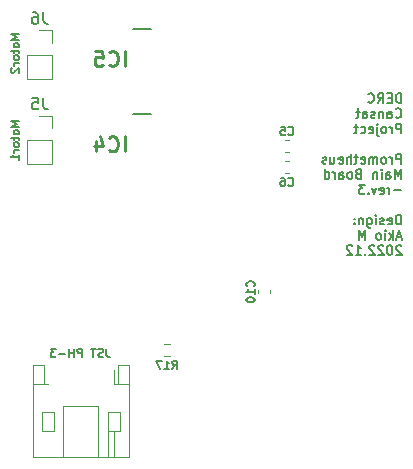
<source format=gbo>
%TF.GenerationSoftware,KiCad,Pcbnew,(6.0.4)*%
%TF.CreationDate,2022-12-07T00:30:15+09:00*%
%TF.ProjectId,prometheus-em,70726f6d-6574-4686-9575-732d656d2e6b,rev?*%
%TF.SameCoordinates,Original*%
%TF.FileFunction,Legend,Bot*%
%TF.FilePolarity,Positive*%
%FSLAX46Y46*%
G04 Gerber Fmt 4.6, Leading zero omitted, Abs format (unit mm)*
G04 Created by KiCad (PCBNEW (6.0.4)) date 2022-12-07 00:30:15*
%MOMM*%
%LPD*%
G01*
G04 APERTURE LIST*
%ADD10C,0.175000*%
%ADD11C,0.150000*%
%ADD12C,0.254000*%
%ADD13C,0.120000*%
%ADD14C,0.200000*%
G04 APERTURE END LIST*
D10*
X37781666Y-47278333D02*
X37081666Y-47278333D01*
X37581666Y-47511666D01*
X37081666Y-47745000D01*
X37781666Y-47745000D01*
X37781666Y-48178333D02*
X37748333Y-48111666D01*
X37715000Y-48078333D01*
X37648333Y-48045000D01*
X37448333Y-48045000D01*
X37381666Y-48078333D01*
X37348333Y-48111666D01*
X37315000Y-48178333D01*
X37315000Y-48278333D01*
X37348333Y-48345000D01*
X37381666Y-48378333D01*
X37448333Y-48411666D01*
X37648333Y-48411666D01*
X37715000Y-48378333D01*
X37748333Y-48345000D01*
X37781666Y-48278333D01*
X37781666Y-48178333D01*
X37315000Y-48611666D02*
X37315000Y-48878333D01*
X37081666Y-48711666D02*
X37681666Y-48711666D01*
X37748333Y-48745000D01*
X37781666Y-48811666D01*
X37781666Y-48878333D01*
X37781666Y-49211666D02*
X37748333Y-49145000D01*
X37715000Y-49111666D01*
X37648333Y-49078333D01*
X37448333Y-49078333D01*
X37381666Y-49111666D01*
X37348333Y-49145000D01*
X37315000Y-49211666D01*
X37315000Y-49311666D01*
X37348333Y-49378333D01*
X37381666Y-49411666D01*
X37448333Y-49445000D01*
X37648333Y-49445000D01*
X37715000Y-49411666D01*
X37748333Y-49378333D01*
X37781666Y-49311666D01*
X37781666Y-49211666D01*
X37781666Y-49745000D02*
X37315000Y-49745000D01*
X37448333Y-49745000D02*
X37381666Y-49778333D01*
X37348333Y-49811666D01*
X37315000Y-49878333D01*
X37315000Y-49945000D01*
X37781666Y-50545000D02*
X37781666Y-50145000D01*
X37781666Y-50345000D02*
X37081666Y-50345000D01*
X37181666Y-50278333D01*
X37248333Y-50211666D01*
X37281666Y-50145000D01*
D11*
X70112023Y-45721904D02*
X70112023Y-44921904D01*
X69921547Y-44921904D01*
X69807261Y-44960000D01*
X69731071Y-45036190D01*
X69692976Y-45112380D01*
X69654880Y-45264761D01*
X69654880Y-45379047D01*
X69692976Y-45531428D01*
X69731071Y-45607619D01*
X69807261Y-45683809D01*
X69921547Y-45721904D01*
X70112023Y-45721904D01*
X69312023Y-45302857D02*
X69045357Y-45302857D01*
X68931071Y-45721904D02*
X69312023Y-45721904D01*
X69312023Y-44921904D01*
X68931071Y-44921904D01*
X68131071Y-45721904D02*
X68397738Y-45340952D01*
X68588214Y-45721904D02*
X68588214Y-44921904D01*
X68283452Y-44921904D01*
X68207261Y-44960000D01*
X68169166Y-44998095D01*
X68131071Y-45074285D01*
X68131071Y-45188571D01*
X68169166Y-45264761D01*
X68207261Y-45302857D01*
X68283452Y-45340952D01*
X68588214Y-45340952D01*
X67331071Y-45645714D02*
X67369166Y-45683809D01*
X67483452Y-45721904D01*
X67559642Y-45721904D01*
X67673928Y-45683809D01*
X67750119Y-45607619D01*
X67788214Y-45531428D01*
X67826309Y-45379047D01*
X67826309Y-45264761D01*
X67788214Y-45112380D01*
X67750119Y-45036190D01*
X67673928Y-44960000D01*
X67559642Y-44921904D01*
X67483452Y-44921904D01*
X67369166Y-44960000D01*
X67331071Y-44998095D01*
X69654880Y-46933714D02*
X69692976Y-46971809D01*
X69807261Y-47009904D01*
X69883452Y-47009904D01*
X69997738Y-46971809D01*
X70073928Y-46895619D01*
X70112023Y-46819428D01*
X70150119Y-46667047D01*
X70150119Y-46552761D01*
X70112023Y-46400380D01*
X70073928Y-46324190D01*
X69997738Y-46248000D01*
X69883452Y-46209904D01*
X69807261Y-46209904D01*
X69692976Y-46248000D01*
X69654880Y-46286095D01*
X68969166Y-47009904D02*
X68969166Y-46590857D01*
X69007261Y-46514666D01*
X69083452Y-46476571D01*
X69235833Y-46476571D01*
X69312023Y-46514666D01*
X68969166Y-46971809D02*
X69045357Y-47009904D01*
X69235833Y-47009904D01*
X69312023Y-46971809D01*
X69350119Y-46895619D01*
X69350119Y-46819428D01*
X69312023Y-46743238D01*
X69235833Y-46705142D01*
X69045357Y-46705142D01*
X68969166Y-46667047D01*
X68588214Y-46476571D02*
X68588214Y-47009904D01*
X68588214Y-46552761D02*
X68550119Y-46514666D01*
X68473928Y-46476571D01*
X68359642Y-46476571D01*
X68283452Y-46514666D01*
X68245357Y-46590857D01*
X68245357Y-47009904D01*
X67902500Y-46971809D02*
X67826309Y-47009904D01*
X67673928Y-47009904D01*
X67597738Y-46971809D01*
X67559642Y-46895619D01*
X67559642Y-46857523D01*
X67597738Y-46781333D01*
X67673928Y-46743238D01*
X67788214Y-46743238D01*
X67864404Y-46705142D01*
X67902500Y-46628952D01*
X67902500Y-46590857D01*
X67864404Y-46514666D01*
X67788214Y-46476571D01*
X67673928Y-46476571D01*
X67597738Y-46514666D01*
X66873928Y-47009904D02*
X66873928Y-46590857D01*
X66912023Y-46514666D01*
X66988214Y-46476571D01*
X67140595Y-46476571D01*
X67216785Y-46514666D01*
X66873928Y-46971809D02*
X66950119Y-47009904D01*
X67140595Y-47009904D01*
X67216785Y-46971809D01*
X67254880Y-46895619D01*
X67254880Y-46819428D01*
X67216785Y-46743238D01*
X67140595Y-46705142D01*
X66950119Y-46705142D01*
X66873928Y-46667047D01*
X66607261Y-46476571D02*
X66302500Y-46476571D01*
X66492976Y-46209904D02*
X66492976Y-46895619D01*
X66454880Y-46971809D01*
X66378690Y-47009904D01*
X66302500Y-47009904D01*
X70112023Y-48297904D02*
X70112023Y-47497904D01*
X69807261Y-47497904D01*
X69731071Y-47536000D01*
X69692976Y-47574095D01*
X69654880Y-47650285D01*
X69654880Y-47764571D01*
X69692976Y-47840761D01*
X69731071Y-47878857D01*
X69807261Y-47916952D01*
X70112023Y-47916952D01*
X69312023Y-48297904D02*
X69312023Y-47764571D01*
X69312023Y-47916952D02*
X69273928Y-47840761D01*
X69235833Y-47802666D01*
X69159642Y-47764571D01*
X69083452Y-47764571D01*
X68702500Y-48297904D02*
X68778690Y-48259809D01*
X68816785Y-48221714D01*
X68854880Y-48145523D01*
X68854880Y-47916952D01*
X68816785Y-47840761D01*
X68778690Y-47802666D01*
X68702500Y-47764571D01*
X68588214Y-47764571D01*
X68512023Y-47802666D01*
X68473928Y-47840761D01*
X68435833Y-47916952D01*
X68435833Y-48145523D01*
X68473928Y-48221714D01*
X68512023Y-48259809D01*
X68588214Y-48297904D01*
X68702500Y-48297904D01*
X68092976Y-47764571D02*
X68092976Y-48450285D01*
X68131071Y-48526476D01*
X68207261Y-48564571D01*
X68245357Y-48564571D01*
X68092976Y-47497904D02*
X68131071Y-47536000D01*
X68092976Y-47574095D01*
X68054880Y-47536000D01*
X68092976Y-47497904D01*
X68092976Y-47574095D01*
X67407261Y-48259809D02*
X67483452Y-48297904D01*
X67635833Y-48297904D01*
X67712023Y-48259809D01*
X67750119Y-48183619D01*
X67750119Y-47878857D01*
X67712023Y-47802666D01*
X67635833Y-47764571D01*
X67483452Y-47764571D01*
X67407261Y-47802666D01*
X67369166Y-47878857D01*
X67369166Y-47955047D01*
X67750119Y-48031238D01*
X66683452Y-48259809D02*
X66759642Y-48297904D01*
X66912023Y-48297904D01*
X66988214Y-48259809D01*
X67026309Y-48221714D01*
X67064404Y-48145523D01*
X67064404Y-47916952D01*
X67026309Y-47840761D01*
X66988214Y-47802666D01*
X66912023Y-47764571D01*
X66759642Y-47764571D01*
X66683452Y-47802666D01*
X66454880Y-47764571D02*
X66150119Y-47764571D01*
X66340595Y-47497904D02*
X66340595Y-48183619D01*
X66302500Y-48259809D01*
X66226309Y-48297904D01*
X66150119Y-48297904D01*
X70112023Y-50873904D02*
X70112023Y-50073904D01*
X69807261Y-50073904D01*
X69731071Y-50112000D01*
X69692976Y-50150095D01*
X69654880Y-50226285D01*
X69654880Y-50340571D01*
X69692976Y-50416761D01*
X69731071Y-50454857D01*
X69807261Y-50492952D01*
X70112023Y-50492952D01*
X69312023Y-50873904D02*
X69312023Y-50340571D01*
X69312023Y-50492952D02*
X69273928Y-50416761D01*
X69235833Y-50378666D01*
X69159642Y-50340571D01*
X69083452Y-50340571D01*
X68702500Y-50873904D02*
X68778690Y-50835809D01*
X68816785Y-50797714D01*
X68854880Y-50721523D01*
X68854880Y-50492952D01*
X68816785Y-50416761D01*
X68778690Y-50378666D01*
X68702500Y-50340571D01*
X68588214Y-50340571D01*
X68512023Y-50378666D01*
X68473928Y-50416761D01*
X68435833Y-50492952D01*
X68435833Y-50721523D01*
X68473928Y-50797714D01*
X68512023Y-50835809D01*
X68588214Y-50873904D01*
X68702500Y-50873904D01*
X68092976Y-50873904D02*
X68092976Y-50340571D01*
X68092976Y-50416761D02*
X68054880Y-50378666D01*
X67978690Y-50340571D01*
X67864404Y-50340571D01*
X67788214Y-50378666D01*
X67750119Y-50454857D01*
X67750119Y-50873904D01*
X67750119Y-50454857D02*
X67712023Y-50378666D01*
X67635833Y-50340571D01*
X67521547Y-50340571D01*
X67445357Y-50378666D01*
X67407261Y-50454857D01*
X67407261Y-50873904D01*
X66721547Y-50835809D02*
X66797738Y-50873904D01*
X66950119Y-50873904D01*
X67026309Y-50835809D01*
X67064404Y-50759619D01*
X67064404Y-50454857D01*
X67026309Y-50378666D01*
X66950119Y-50340571D01*
X66797738Y-50340571D01*
X66721547Y-50378666D01*
X66683452Y-50454857D01*
X66683452Y-50531047D01*
X67064404Y-50607238D01*
X66454880Y-50340571D02*
X66150119Y-50340571D01*
X66340595Y-50073904D02*
X66340595Y-50759619D01*
X66302500Y-50835809D01*
X66226309Y-50873904D01*
X66150119Y-50873904D01*
X65883452Y-50873904D02*
X65883452Y-50073904D01*
X65540595Y-50873904D02*
X65540595Y-50454857D01*
X65578690Y-50378666D01*
X65654880Y-50340571D01*
X65769166Y-50340571D01*
X65845357Y-50378666D01*
X65883452Y-50416761D01*
X64854880Y-50835809D02*
X64931071Y-50873904D01*
X65083452Y-50873904D01*
X65159642Y-50835809D01*
X65197738Y-50759619D01*
X65197738Y-50454857D01*
X65159642Y-50378666D01*
X65083452Y-50340571D01*
X64931071Y-50340571D01*
X64854880Y-50378666D01*
X64816785Y-50454857D01*
X64816785Y-50531047D01*
X65197738Y-50607238D01*
X64131071Y-50340571D02*
X64131071Y-50873904D01*
X64473928Y-50340571D02*
X64473928Y-50759619D01*
X64435833Y-50835809D01*
X64359642Y-50873904D01*
X64245357Y-50873904D01*
X64169166Y-50835809D01*
X64131071Y-50797714D01*
X63788214Y-50835809D02*
X63712023Y-50873904D01*
X63559642Y-50873904D01*
X63483452Y-50835809D01*
X63445357Y-50759619D01*
X63445357Y-50721523D01*
X63483452Y-50645333D01*
X63559642Y-50607238D01*
X63673928Y-50607238D01*
X63750119Y-50569142D01*
X63788214Y-50492952D01*
X63788214Y-50454857D01*
X63750119Y-50378666D01*
X63673928Y-50340571D01*
X63559642Y-50340571D01*
X63483452Y-50378666D01*
X70112023Y-52161904D02*
X70112023Y-51361904D01*
X69845357Y-51933333D01*
X69578690Y-51361904D01*
X69578690Y-52161904D01*
X68854880Y-52161904D02*
X68854880Y-51742857D01*
X68892976Y-51666666D01*
X68969166Y-51628571D01*
X69121547Y-51628571D01*
X69197738Y-51666666D01*
X68854880Y-52123809D02*
X68931071Y-52161904D01*
X69121547Y-52161904D01*
X69197738Y-52123809D01*
X69235833Y-52047619D01*
X69235833Y-51971428D01*
X69197738Y-51895238D01*
X69121547Y-51857142D01*
X68931071Y-51857142D01*
X68854880Y-51819047D01*
X68473928Y-52161904D02*
X68473928Y-51628571D01*
X68473928Y-51361904D02*
X68512023Y-51400000D01*
X68473928Y-51438095D01*
X68435833Y-51400000D01*
X68473928Y-51361904D01*
X68473928Y-51438095D01*
X68092976Y-51628571D02*
X68092976Y-52161904D01*
X68092976Y-51704761D02*
X68054880Y-51666666D01*
X67978690Y-51628571D01*
X67864404Y-51628571D01*
X67788214Y-51666666D01*
X67750119Y-51742857D01*
X67750119Y-52161904D01*
X66492976Y-51742857D02*
X66378690Y-51780952D01*
X66340595Y-51819047D01*
X66302500Y-51895238D01*
X66302500Y-52009523D01*
X66340595Y-52085714D01*
X66378690Y-52123809D01*
X66454880Y-52161904D01*
X66759642Y-52161904D01*
X66759642Y-51361904D01*
X66492976Y-51361904D01*
X66416785Y-51400000D01*
X66378690Y-51438095D01*
X66340595Y-51514285D01*
X66340595Y-51590476D01*
X66378690Y-51666666D01*
X66416785Y-51704761D01*
X66492976Y-51742857D01*
X66759642Y-51742857D01*
X65845357Y-52161904D02*
X65921547Y-52123809D01*
X65959642Y-52085714D01*
X65997738Y-52009523D01*
X65997738Y-51780952D01*
X65959642Y-51704761D01*
X65921547Y-51666666D01*
X65845357Y-51628571D01*
X65731071Y-51628571D01*
X65654880Y-51666666D01*
X65616785Y-51704761D01*
X65578690Y-51780952D01*
X65578690Y-52009523D01*
X65616785Y-52085714D01*
X65654880Y-52123809D01*
X65731071Y-52161904D01*
X65845357Y-52161904D01*
X64892976Y-52161904D02*
X64892976Y-51742857D01*
X64931071Y-51666666D01*
X65007261Y-51628571D01*
X65159642Y-51628571D01*
X65235833Y-51666666D01*
X64892976Y-52123809D02*
X64969166Y-52161904D01*
X65159642Y-52161904D01*
X65235833Y-52123809D01*
X65273928Y-52047619D01*
X65273928Y-51971428D01*
X65235833Y-51895238D01*
X65159642Y-51857142D01*
X64969166Y-51857142D01*
X64892976Y-51819047D01*
X64512023Y-52161904D02*
X64512023Y-51628571D01*
X64512023Y-51780952D02*
X64473928Y-51704761D01*
X64435833Y-51666666D01*
X64359642Y-51628571D01*
X64283452Y-51628571D01*
X63673928Y-52161904D02*
X63673928Y-51361904D01*
X63673928Y-52123809D02*
X63750119Y-52161904D01*
X63902500Y-52161904D01*
X63978690Y-52123809D01*
X64016785Y-52085714D01*
X64054880Y-52009523D01*
X64054880Y-51780952D01*
X64016785Y-51704761D01*
X63978690Y-51666666D01*
X63902500Y-51628571D01*
X63750119Y-51628571D01*
X63673928Y-51666666D01*
X70112023Y-53145142D02*
X69502500Y-53145142D01*
X69121547Y-53449904D02*
X69121547Y-52916571D01*
X69121547Y-53068952D02*
X69083452Y-52992761D01*
X69045357Y-52954666D01*
X68969166Y-52916571D01*
X68892976Y-52916571D01*
X68321547Y-53411809D02*
X68397738Y-53449904D01*
X68550119Y-53449904D01*
X68626309Y-53411809D01*
X68664404Y-53335619D01*
X68664404Y-53030857D01*
X68626309Y-52954666D01*
X68550119Y-52916571D01*
X68397738Y-52916571D01*
X68321547Y-52954666D01*
X68283452Y-53030857D01*
X68283452Y-53107047D01*
X68664404Y-53183238D01*
X68016785Y-52916571D02*
X67826309Y-53449904D01*
X67635833Y-52916571D01*
X67331071Y-53373714D02*
X67292976Y-53411809D01*
X67331071Y-53449904D01*
X67369166Y-53411809D01*
X67331071Y-53373714D01*
X67331071Y-53449904D01*
X67026309Y-52649904D02*
X66531071Y-52649904D01*
X66797738Y-52954666D01*
X66683452Y-52954666D01*
X66607261Y-52992761D01*
X66569166Y-53030857D01*
X66531071Y-53107047D01*
X66531071Y-53297523D01*
X66569166Y-53373714D01*
X66607261Y-53411809D01*
X66683452Y-53449904D01*
X66912023Y-53449904D01*
X66988214Y-53411809D01*
X67026309Y-53373714D01*
X70112023Y-56025904D02*
X70112023Y-55225904D01*
X69921547Y-55225904D01*
X69807261Y-55264000D01*
X69731071Y-55340190D01*
X69692976Y-55416380D01*
X69654880Y-55568761D01*
X69654880Y-55683047D01*
X69692976Y-55835428D01*
X69731071Y-55911619D01*
X69807261Y-55987809D01*
X69921547Y-56025904D01*
X70112023Y-56025904D01*
X69007261Y-55987809D02*
X69083452Y-56025904D01*
X69235833Y-56025904D01*
X69312023Y-55987809D01*
X69350119Y-55911619D01*
X69350119Y-55606857D01*
X69312023Y-55530666D01*
X69235833Y-55492571D01*
X69083452Y-55492571D01*
X69007261Y-55530666D01*
X68969166Y-55606857D01*
X68969166Y-55683047D01*
X69350119Y-55759238D01*
X68664404Y-55987809D02*
X68588214Y-56025904D01*
X68435833Y-56025904D01*
X68359642Y-55987809D01*
X68321547Y-55911619D01*
X68321547Y-55873523D01*
X68359642Y-55797333D01*
X68435833Y-55759238D01*
X68550119Y-55759238D01*
X68626309Y-55721142D01*
X68664404Y-55644952D01*
X68664404Y-55606857D01*
X68626309Y-55530666D01*
X68550119Y-55492571D01*
X68435833Y-55492571D01*
X68359642Y-55530666D01*
X67978690Y-56025904D02*
X67978690Y-55492571D01*
X67978690Y-55225904D02*
X68016785Y-55264000D01*
X67978690Y-55302095D01*
X67940595Y-55264000D01*
X67978690Y-55225904D01*
X67978690Y-55302095D01*
X67254880Y-55492571D02*
X67254880Y-56140190D01*
X67292976Y-56216380D01*
X67331071Y-56254476D01*
X67407261Y-56292571D01*
X67521547Y-56292571D01*
X67597738Y-56254476D01*
X67254880Y-55987809D02*
X67331071Y-56025904D01*
X67483452Y-56025904D01*
X67559642Y-55987809D01*
X67597738Y-55949714D01*
X67635833Y-55873523D01*
X67635833Y-55644952D01*
X67597738Y-55568761D01*
X67559642Y-55530666D01*
X67483452Y-55492571D01*
X67331071Y-55492571D01*
X67254880Y-55530666D01*
X66873928Y-55492571D02*
X66873928Y-56025904D01*
X66873928Y-55568761D02*
X66835833Y-55530666D01*
X66759642Y-55492571D01*
X66645357Y-55492571D01*
X66569166Y-55530666D01*
X66531071Y-55606857D01*
X66531071Y-56025904D01*
X66150119Y-55949714D02*
X66112023Y-55987809D01*
X66150119Y-56025904D01*
X66188214Y-55987809D01*
X66150119Y-55949714D01*
X66150119Y-56025904D01*
X66150119Y-55530666D02*
X66112023Y-55568761D01*
X66150119Y-55606857D01*
X66188214Y-55568761D01*
X66150119Y-55530666D01*
X66150119Y-55606857D01*
X70150119Y-57085333D02*
X69769166Y-57085333D01*
X70226309Y-57313904D02*
X69959642Y-56513904D01*
X69692976Y-57313904D01*
X69426309Y-57313904D02*
X69426309Y-56513904D01*
X69350119Y-57009142D02*
X69121547Y-57313904D01*
X69121547Y-56780571D02*
X69426309Y-57085333D01*
X68778690Y-57313904D02*
X68778690Y-56780571D01*
X68778690Y-56513904D02*
X68816785Y-56552000D01*
X68778690Y-56590095D01*
X68740595Y-56552000D01*
X68778690Y-56513904D01*
X68778690Y-56590095D01*
X68283452Y-57313904D02*
X68359642Y-57275809D01*
X68397738Y-57237714D01*
X68435833Y-57161523D01*
X68435833Y-56932952D01*
X68397738Y-56856761D01*
X68359642Y-56818666D01*
X68283452Y-56780571D01*
X68169166Y-56780571D01*
X68092976Y-56818666D01*
X68054880Y-56856761D01*
X68016785Y-56932952D01*
X68016785Y-57161523D01*
X68054880Y-57237714D01*
X68092976Y-57275809D01*
X68169166Y-57313904D01*
X68283452Y-57313904D01*
X67064404Y-57313904D02*
X67064404Y-56513904D01*
X66797738Y-57085333D01*
X66531071Y-56513904D01*
X66531071Y-57313904D01*
X70150119Y-57878095D02*
X70112023Y-57840000D01*
X70035833Y-57801904D01*
X69845357Y-57801904D01*
X69769166Y-57840000D01*
X69731071Y-57878095D01*
X69692976Y-57954285D01*
X69692976Y-58030476D01*
X69731071Y-58144761D01*
X70188214Y-58601904D01*
X69692976Y-58601904D01*
X69197738Y-57801904D02*
X69121547Y-57801904D01*
X69045357Y-57840000D01*
X69007261Y-57878095D01*
X68969166Y-57954285D01*
X68931071Y-58106666D01*
X68931071Y-58297142D01*
X68969166Y-58449523D01*
X69007261Y-58525714D01*
X69045357Y-58563809D01*
X69121547Y-58601904D01*
X69197738Y-58601904D01*
X69273928Y-58563809D01*
X69312023Y-58525714D01*
X69350119Y-58449523D01*
X69388214Y-58297142D01*
X69388214Y-58106666D01*
X69350119Y-57954285D01*
X69312023Y-57878095D01*
X69273928Y-57840000D01*
X69197738Y-57801904D01*
X68626309Y-57878095D02*
X68588214Y-57840000D01*
X68512023Y-57801904D01*
X68321547Y-57801904D01*
X68245357Y-57840000D01*
X68207261Y-57878095D01*
X68169166Y-57954285D01*
X68169166Y-58030476D01*
X68207261Y-58144761D01*
X68664404Y-58601904D01*
X68169166Y-58601904D01*
X67864404Y-57878095D02*
X67826309Y-57840000D01*
X67750119Y-57801904D01*
X67559642Y-57801904D01*
X67483452Y-57840000D01*
X67445357Y-57878095D01*
X67407261Y-57954285D01*
X67407261Y-58030476D01*
X67445357Y-58144761D01*
X67902500Y-58601904D01*
X67407261Y-58601904D01*
X67064404Y-58525714D02*
X67026309Y-58563809D01*
X67064404Y-58601904D01*
X67102500Y-58563809D01*
X67064404Y-58525714D01*
X67064404Y-58601904D01*
X66264404Y-58601904D02*
X66721547Y-58601904D01*
X66492976Y-58601904D02*
X66492976Y-57801904D01*
X66569166Y-57916190D01*
X66645357Y-57992380D01*
X66721547Y-58030476D01*
X65959642Y-57878095D02*
X65921547Y-57840000D01*
X65845357Y-57801904D01*
X65654880Y-57801904D01*
X65578690Y-57840000D01*
X65540595Y-57878095D01*
X65502500Y-57954285D01*
X65502500Y-58030476D01*
X65540595Y-58144761D01*
X65997738Y-58601904D01*
X65502500Y-58601904D01*
X45176000Y-66545666D02*
X45176000Y-67045666D01*
X45209333Y-67145666D01*
X45276000Y-67212333D01*
X45376000Y-67245666D01*
X45442666Y-67245666D01*
X44876000Y-67212333D02*
X44776000Y-67245666D01*
X44609333Y-67245666D01*
X44542666Y-67212333D01*
X44509333Y-67179000D01*
X44476000Y-67112333D01*
X44476000Y-67045666D01*
X44509333Y-66979000D01*
X44542666Y-66945666D01*
X44609333Y-66912333D01*
X44742666Y-66879000D01*
X44809333Y-66845666D01*
X44842666Y-66812333D01*
X44876000Y-66745666D01*
X44876000Y-66679000D01*
X44842666Y-66612333D01*
X44809333Y-66579000D01*
X44742666Y-66545666D01*
X44576000Y-66545666D01*
X44476000Y-66579000D01*
X44276000Y-66545666D02*
X43876000Y-66545666D01*
X44076000Y-67245666D02*
X44076000Y-66545666D01*
X43109333Y-67245666D02*
X43109333Y-66545666D01*
X42842666Y-66545666D01*
X42776000Y-66579000D01*
X42742666Y-66612333D01*
X42709333Y-66679000D01*
X42709333Y-66779000D01*
X42742666Y-66845666D01*
X42776000Y-66879000D01*
X42842666Y-66912333D01*
X43109333Y-66912333D01*
X42409333Y-67245666D02*
X42409333Y-66545666D01*
X42409333Y-66879000D02*
X42009333Y-66879000D01*
X42009333Y-67245666D02*
X42009333Y-66545666D01*
X41676000Y-66979000D02*
X41142666Y-66979000D01*
X40876000Y-66545666D02*
X40442666Y-66545666D01*
X40676000Y-66812333D01*
X40576000Y-66812333D01*
X40509333Y-66845666D01*
X40476000Y-66879000D01*
X40442666Y-66945666D01*
X40442666Y-67112333D01*
X40476000Y-67179000D01*
X40509333Y-67212333D01*
X40576000Y-67245666D01*
X40776000Y-67245666D01*
X40842666Y-67212333D01*
X40876000Y-67179000D01*
D10*
X37781666Y-39912333D02*
X37081666Y-39912333D01*
X37581666Y-40145666D01*
X37081666Y-40379000D01*
X37781666Y-40379000D01*
X37781666Y-40812333D02*
X37748333Y-40745666D01*
X37715000Y-40712333D01*
X37648333Y-40679000D01*
X37448333Y-40679000D01*
X37381666Y-40712333D01*
X37348333Y-40745666D01*
X37315000Y-40812333D01*
X37315000Y-40912333D01*
X37348333Y-40979000D01*
X37381666Y-41012333D01*
X37448333Y-41045666D01*
X37648333Y-41045666D01*
X37715000Y-41012333D01*
X37748333Y-40979000D01*
X37781666Y-40912333D01*
X37781666Y-40812333D01*
X37315000Y-41245666D02*
X37315000Y-41512333D01*
X37081666Y-41345666D02*
X37681666Y-41345666D01*
X37748333Y-41379000D01*
X37781666Y-41445666D01*
X37781666Y-41512333D01*
X37781666Y-41845666D02*
X37748333Y-41779000D01*
X37715000Y-41745666D01*
X37648333Y-41712333D01*
X37448333Y-41712333D01*
X37381666Y-41745666D01*
X37348333Y-41779000D01*
X37315000Y-41845666D01*
X37315000Y-41945666D01*
X37348333Y-42012333D01*
X37381666Y-42045666D01*
X37448333Y-42079000D01*
X37648333Y-42079000D01*
X37715000Y-42045666D01*
X37748333Y-42012333D01*
X37781666Y-41945666D01*
X37781666Y-41845666D01*
X37781666Y-42379000D02*
X37315000Y-42379000D01*
X37448333Y-42379000D02*
X37381666Y-42412333D01*
X37348333Y-42445666D01*
X37315000Y-42512333D01*
X37315000Y-42579000D01*
X37148333Y-42779000D02*
X37115000Y-42812333D01*
X37081666Y-42879000D01*
X37081666Y-43045666D01*
X37115000Y-43112333D01*
X37148333Y-43145666D01*
X37215000Y-43179000D01*
X37281666Y-43179000D01*
X37381666Y-43145666D01*
X37781666Y-42745666D01*
X37781666Y-43179000D01*
D11*
%TO.C,C10*%
X57654000Y-61272000D02*
X57687333Y-61238666D01*
X57720666Y-61138666D01*
X57720666Y-61072000D01*
X57687333Y-60972000D01*
X57620666Y-60905333D01*
X57554000Y-60872000D01*
X57420666Y-60838666D01*
X57320666Y-60838666D01*
X57187333Y-60872000D01*
X57120666Y-60905333D01*
X57054000Y-60972000D01*
X57020666Y-61072000D01*
X57020666Y-61138666D01*
X57054000Y-61238666D01*
X57087333Y-61272000D01*
X57720666Y-61938666D02*
X57720666Y-61538666D01*
X57720666Y-61738666D02*
X57020666Y-61738666D01*
X57120666Y-61672000D01*
X57187333Y-61605333D01*
X57220666Y-61538666D01*
X57020666Y-62372000D02*
X57020666Y-62438666D01*
X57054000Y-62505333D01*
X57087333Y-62538666D01*
X57154000Y-62572000D01*
X57287333Y-62605333D01*
X57454000Y-62605333D01*
X57587333Y-62572000D01*
X57654000Y-62538666D01*
X57687333Y-62505333D01*
X57720666Y-62438666D01*
X57720666Y-62372000D01*
X57687333Y-62305333D01*
X57654000Y-62272000D01*
X57587333Y-62238666D01*
X57454000Y-62205333D01*
X57287333Y-62205333D01*
X57154000Y-62238666D01*
X57087333Y-62272000D01*
X57054000Y-62305333D01*
X57020666Y-62372000D01*
%TO.C,J5*%
X39830333Y-45287380D02*
X39830333Y-46001666D01*
X39877952Y-46144523D01*
X39973190Y-46239761D01*
X40116047Y-46287380D01*
X40211285Y-46287380D01*
X38877952Y-45287380D02*
X39354142Y-45287380D01*
X39401761Y-45763571D01*
X39354142Y-45715952D01*
X39258904Y-45668333D01*
X39020809Y-45668333D01*
X38925571Y-45715952D01*
X38877952Y-45763571D01*
X38830333Y-45858809D01*
X38830333Y-46096904D01*
X38877952Y-46192142D01*
X38925571Y-46239761D01*
X39020809Y-46287380D01*
X39258904Y-46287380D01*
X39354142Y-46239761D01*
X39401761Y-46192142D01*
%TO.C,C6*%
X60568666Y-52701000D02*
X60602000Y-52734333D01*
X60702000Y-52767666D01*
X60768666Y-52767666D01*
X60868666Y-52734333D01*
X60935333Y-52667666D01*
X60968666Y-52601000D01*
X61002000Y-52467666D01*
X61002000Y-52367666D01*
X60968666Y-52234333D01*
X60935333Y-52167666D01*
X60868666Y-52101000D01*
X60768666Y-52067666D01*
X60702000Y-52067666D01*
X60602000Y-52101000D01*
X60568666Y-52134333D01*
X59968666Y-52067666D02*
X60102000Y-52067666D01*
X60168666Y-52101000D01*
X60202000Y-52134333D01*
X60268666Y-52234333D01*
X60302000Y-52367666D01*
X60302000Y-52634333D01*
X60268666Y-52701000D01*
X60235333Y-52734333D01*
X60168666Y-52767666D01*
X60035333Y-52767666D01*
X59968666Y-52734333D01*
X59935333Y-52701000D01*
X59902000Y-52634333D01*
X59902000Y-52467666D01*
X59935333Y-52401000D01*
X59968666Y-52367666D01*
X60035333Y-52334333D01*
X60168666Y-52334333D01*
X60235333Y-52367666D01*
X60268666Y-52401000D01*
X60302000Y-52467666D01*
%TO.C,R17*%
X50742000Y-68261666D02*
X50975333Y-67928333D01*
X51142000Y-68261666D02*
X51142000Y-67561666D01*
X50875333Y-67561666D01*
X50808666Y-67595000D01*
X50775333Y-67628333D01*
X50742000Y-67695000D01*
X50742000Y-67795000D01*
X50775333Y-67861666D01*
X50808666Y-67895000D01*
X50875333Y-67928333D01*
X51142000Y-67928333D01*
X50075333Y-68261666D02*
X50475333Y-68261666D01*
X50275333Y-68261666D02*
X50275333Y-67561666D01*
X50342000Y-67661666D01*
X50408666Y-67728333D01*
X50475333Y-67761666D01*
X49842000Y-67561666D02*
X49375333Y-67561666D01*
X49675333Y-68261666D01*
D12*
%TO.C,IC4*%
X46705761Y-49850523D02*
X46705761Y-48580523D01*
X45375285Y-49729571D02*
X45435761Y-49790047D01*
X45617190Y-49850523D01*
X45738142Y-49850523D01*
X45919571Y-49790047D01*
X46040523Y-49669095D01*
X46101000Y-49548142D01*
X46161476Y-49306238D01*
X46161476Y-49124809D01*
X46101000Y-48882904D01*
X46040523Y-48761952D01*
X45919571Y-48641000D01*
X45738142Y-48580523D01*
X45617190Y-48580523D01*
X45435761Y-48641000D01*
X45375285Y-48701476D01*
X44286714Y-49003857D02*
X44286714Y-49850523D01*
X44589095Y-48520047D02*
X44891476Y-49427190D01*
X44105285Y-49427190D01*
D11*
%TO.C,C5*%
X60568666Y-48383000D02*
X60602000Y-48416333D01*
X60702000Y-48449666D01*
X60768666Y-48449666D01*
X60868666Y-48416333D01*
X60935333Y-48349666D01*
X60968666Y-48283000D01*
X61002000Y-48149666D01*
X61002000Y-48049666D01*
X60968666Y-47916333D01*
X60935333Y-47849666D01*
X60868666Y-47783000D01*
X60768666Y-47749666D01*
X60702000Y-47749666D01*
X60602000Y-47783000D01*
X60568666Y-47816333D01*
X59935333Y-47749666D02*
X60268666Y-47749666D01*
X60302000Y-48083000D01*
X60268666Y-48049666D01*
X60202000Y-48016333D01*
X60035333Y-48016333D01*
X59968666Y-48049666D01*
X59935333Y-48083000D01*
X59902000Y-48149666D01*
X59902000Y-48316333D01*
X59935333Y-48383000D01*
X59968666Y-48416333D01*
X60035333Y-48449666D01*
X60202000Y-48449666D01*
X60268666Y-48416333D01*
X60302000Y-48383000D01*
D12*
%TO.C,IC5*%
X46705761Y-42611523D02*
X46705761Y-41341523D01*
X45375285Y-42490571D02*
X45435761Y-42551047D01*
X45617190Y-42611523D01*
X45738142Y-42611523D01*
X45919571Y-42551047D01*
X46040523Y-42430095D01*
X46101000Y-42309142D01*
X46161476Y-42067238D01*
X46161476Y-41885809D01*
X46101000Y-41643904D01*
X46040523Y-41522952D01*
X45919571Y-41402000D01*
X45738142Y-41341523D01*
X45617190Y-41341523D01*
X45435761Y-41402000D01*
X45375285Y-41462476D01*
X44226238Y-41341523D02*
X44831000Y-41341523D01*
X44891476Y-41946285D01*
X44831000Y-41885809D01*
X44710047Y-41825333D01*
X44407666Y-41825333D01*
X44286714Y-41885809D01*
X44226238Y-41946285D01*
X44165761Y-42067238D01*
X44165761Y-42369619D01*
X44226238Y-42490571D01*
X44286714Y-42551047D01*
X44407666Y-42611523D01*
X44710047Y-42611523D01*
X44831000Y-42551047D01*
X44891476Y-42490571D01*
D11*
%TO.C,J6*%
X39830333Y-38048380D02*
X39830333Y-38762666D01*
X39877952Y-38905523D01*
X39973190Y-39000761D01*
X40116047Y-39048380D01*
X40211285Y-39048380D01*
X38925571Y-38048380D02*
X39116047Y-38048380D01*
X39211285Y-38096000D01*
X39258904Y-38143619D01*
X39354142Y-38286476D01*
X39401761Y-38476952D01*
X39401761Y-38857904D01*
X39354142Y-38953142D01*
X39306523Y-39000761D01*
X39211285Y-39048380D01*
X39020809Y-39048380D01*
X38925571Y-39000761D01*
X38877952Y-38953142D01*
X38830333Y-38857904D01*
X38830333Y-38619809D01*
X38877952Y-38524571D01*
X38925571Y-38476952D01*
X39020809Y-38429333D01*
X39211285Y-38429333D01*
X39306523Y-38476952D01*
X39354142Y-38524571D01*
X39401761Y-38619809D01*
D13*
%TO.C,C10*%
X58037000Y-61594420D02*
X58037000Y-61875580D01*
X59057000Y-61594420D02*
X59057000Y-61875580D01*
%TO.C,J5*%
X40557000Y-48895000D02*
X40557000Y-50955000D01*
X38437000Y-48895000D02*
X38437000Y-50955000D01*
X40557000Y-48895000D02*
X38437000Y-48895000D01*
X40557000Y-50955000D02*
X38437000Y-50955000D01*
X40557000Y-46835000D02*
X39497000Y-46835000D01*
X40557000Y-47895000D02*
X40557000Y-46835000D01*
%TO.C,J7*%
X40700000Y-71881200D02*
X39700000Y-71881200D01*
X46300000Y-71881200D02*
X46300000Y-73481200D01*
X47050000Y-75731200D02*
X38950000Y-75731200D01*
X39700000Y-71881200D02*
X39700000Y-73481200D01*
X44500000Y-75731200D02*
X44500000Y-71381200D01*
X45300000Y-73481200D02*
X45300000Y-75731200D01*
X45800000Y-69531200D02*
X46150000Y-69531200D01*
X46150000Y-69531200D02*
X46150000Y-67931200D01*
X41500000Y-71381200D02*
X41500000Y-75731200D01*
X38950000Y-75731200D02*
X38950000Y-67931200D01*
X45300000Y-73481200D02*
X45300000Y-71881200D01*
X46300000Y-73481200D02*
X45300000Y-73481200D01*
X39850000Y-67931200D02*
X39850000Y-69531200D01*
X38950000Y-67931200D02*
X39850000Y-67931200D01*
X39850000Y-69531200D02*
X40200000Y-69531200D01*
X39700000Y-73481200D02*
X40700000Y-73481200D01*
X45800000Y-69531200D02*
X45800000Y-68331200D01*
X47050000Y-67931200D02*
X47050000Y-75731200D01*
X38950000Y-69531200D02*
X39850000Y-69531200D01*
X40700000Y-73481200D02*
X40700000Y-71881200D01*
X45300000Y-71881200D02*
X46300000Y-71881200D01*
X44500000Y-71381200D02*
X41500000Y-71381200D01*
X46150000Y-67931200D02*
X47050000Y-67931200D01*
X47050000Y-69531200D02*
X46150000Y-69531200D01*
X45800000Y-73481200D02*
X45800000Y-75731200D01*
%TO.C,C6*%
X60592580Y-51691000D02*
X60311420Y-51691000D01*
X60592580Y-50671000D02*
X60311420Y-50671000D01*
%TO.C,R17*%
X50054742Y-66152500D02*
X50529258Y-66152500D01*
X50054742Y-67197500D02*
X50529258Y-67197500D01*
D14*
%TO.C,IC4*%
X48941000Y-46696000D02*
X47416000Y-46696000D01*
D13*
%TO.C,C5*%
X60592580Y-49913000D02*
X60311420Y-49913000D01*
X60592580Y-48893000D02*
X60311420Y-48893000D01*
D14*
%TO.C,IC5*%
X48941000Y-39457000D02*
X47416000Y-39457000D01*
D13*
%TO.C,J6*%
X40557000Y-41656000D02*
X38437000Y-41656000D01*
X40557000Y-41656000D02*
X40557000Y-43716000D01*
X40557000Y-43716000D02*
X38437000Y-43716000D01*
X40557000Y-40656000D02*
X40557000Y-39596000D01*
X38437000Y-41656000D02*
X38437000Y-43716000D01*
X40557000Y-39596000D02*
X39497000Y-39596000D01*
%TD*%
M02*

</source>
